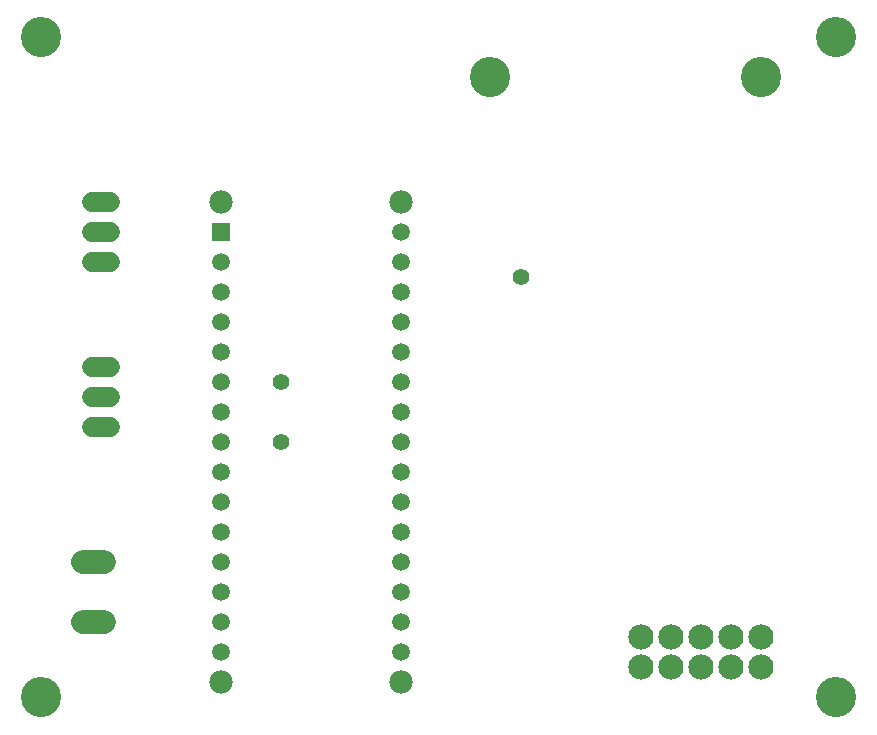
<source format=gbr>
G04 EAGLE Gerber RS-274X export*
G75*
%MOMM*%
%FSLAX34Y34*%
%LPD*%
%INSoldermask Bottom*%
%IPPOS*%
%AMOC8*
5,1,8,0,0,1.08239X$1,22.5*%
G01*
%ADD10C,3.403200*%
%ADD11C,1.981200*%
%ADD12R,1.511200X1.511200*%
%ADD13C,1.511200*%
%ADD14C,2.133600*%
%ADD15C,1.993900*%
%ADD16C,1.711200*%
%ADD17C,1.409600*%


D10*
X38100Y596900D03*
X38100Y38100D03*
X711200Y38100D03*
X711200Y596900D03*
D11*
X190500Y457200D03*
D12*
X190500Y431800D03*
D13*
X190500Y406400D03*
X190500Y381000D03*
X190500Y355600D03*
X190500Y330200D03*
X190500Y304800D03*
X190500Y279400D03*
X190500Y254000D03*
X190500Y228600D03*
X190500Y203200D03*
X190500Y177800D03*
X190500Y152400D03*
X190500Y127000D03*
X190500Y101600D03*
X190500Y76200D03*
X342900Y76200D03*
X342900Y101600D03*
X342900Y127000D03*
X342900Y152400D03*
X342900Y177800D03*
X342900Y203200D03*
X342900Y228600D03*
X342900Y254000D03*
X342900Y279400D03*
X342900Y304800D03*
X342900Y330200D03*
X342900Y355600D03*
X342900Y381000D03*
X342900Y406400D03*
X342900Y431800D03*
D11*
X342900Y457200D03*
X342900Y50800D03*
X190500Y50800D03*
D10*
X418100Y563100D03*
X648100Y563100D03*
D14*
X647700Y63500D03*
X647700Y88900D03*
X622300Y63500D03*
X622300Y88900D03*
X596900Y63500D03*
X596900Y88900D03*
X571500Y63500D03*
X571500Y88900D03*
X546100Y63500D03*
X546100Y88900D03*
D15*
X91504Y152400D02*
X73597Y152400D01*
X73597Y101600D02*
X91504Y101600D01*
D16*
X96440Y317500D02*
X81360Y317500D01*
X81360Y292100D02*
X96440Y292100D01*
X96440Y266700D02*
X81360Y266700D01*
X81360Y457200D02*
X96440Y457200D01*
X96440Y431800D02*
X81360Y431800D01*
X81360Y406400D02*
X96440Y406400D01*
D17*
X444500Y393700D03*
X241300Y254000D03*
X241300Y304800D03*
M02*

</source>
